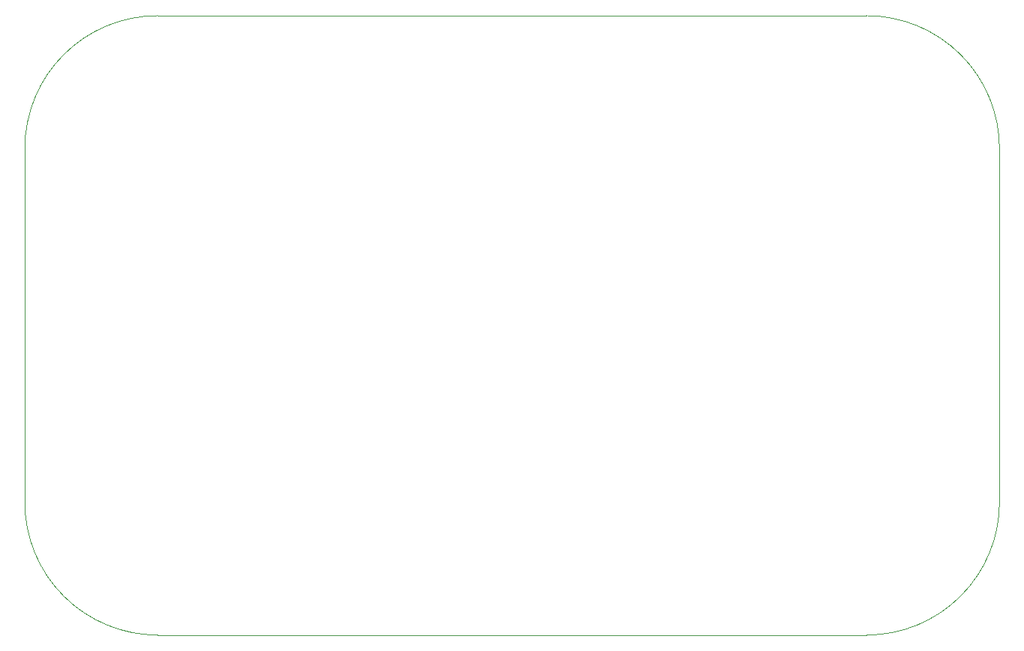
<source format=gbr>
%TF.GenerationSoftware,KiCad,Pcbnew,7.0.9*%
%TF.CreationDate,2024-02-02T14:12:30-08:00*%
%TF.ProjectId,Sensing Device,53656e73-696e-4672-9044-65766963652e,rev?*%
%TF.SameCoordinates,Original*%
%TF.FileFunction,Profile,NP*%
%FSLAX46Y46*%
G04 Gerber Fmt 4.6, Leading zero omitted, Abs format (unit mm)*
G04 Created by KiCad (PCBNEW 7.0.9) date 2024-02-02 14:12:30*
%MOMM*%
%LPD*%
G01*
G04 APERTURE LIST*
%TA.AperFunction,Profile*%
%ADD10C,0.100000*%
%TD*%
G04 APERTURE END LIST*
D10*
X70000000Y-35000002D02*
G75*
G03*
X55000000Y-50000000I-2J-14999998D01*
G01*
X55000000Y-90000000D02*
X55000000Y-50000000D01*
X55000002Y-90000000D02*
G75*
G03*
X70000000Y-105000000I14999998J-2D01*
G01*
X150000000Y-105000000D02*
X70000000Y-105000000D01*
X150000000Y-104999998D02*
G75*
G03*
X165000000Y-90000000I2J14999998D01*
G01*
X165000000Y-50000000D02*
X165000000Y-90000000D01*
X164999998Y-50000000D02*
G75*
G03*
X150000000Y-35000000I-14999998J2D01*
G01*
X70000000Y-35000000D02*
X150000000Y-35000000D01*
M02*

</source>
